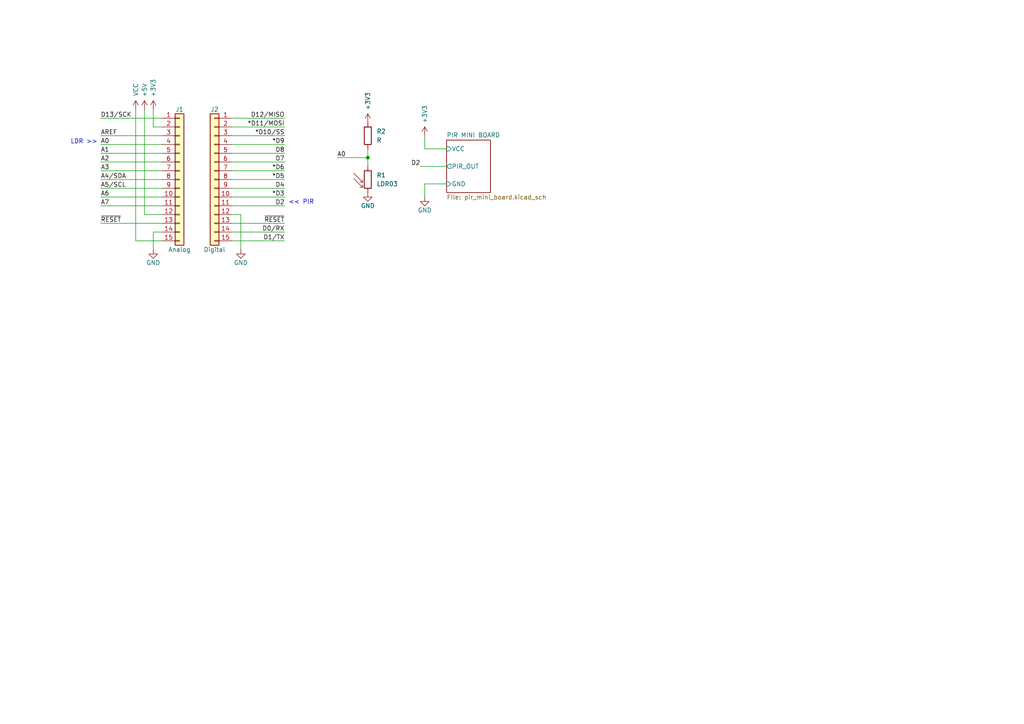
<source format=kicad_sch>
(kicad_sch (version 20250114) (generator "eeschema") (generator_version "9.0")
  (paper "A4")
  (title_block (date "sam. 04 avril 2015"))
  (lib_symbols
    (symbol "Connector_Generic:Conn_01x15" (pin_names (offset 1.016) (hide yes))
      (property "Reference" "J" (at 0 20.32 0))
      (property "Value" "Conn_01x15" (at 0 -20.32 0))
      (symbol "Conn_01x15_1_1"
        (rectangle (start -1.27 19.05) (end 1.27 -19.05) (stroke (width 0.254)) (fill (type background)))
        (rectangle (start -1.27 17.907) (end 0 17.653) (stroke (width 0.1524)))
        (rectangle (start -1.27 15.367) (end 0 15.113) (stroke (width 0.1524)))
        (rectangle (start -1.27 12.827) (end 0 12.573) (stroke (width 0.1524)))
        (rectangle (start -1.27 10.287) (end 0 10.033) (stroke (width 0.1524)))
        (rectangle (start -1.27 7.747) (end 0 7.493) (stroke (width 0.1524)))
        (rectangle (start -1.27 5.207) (end 0 4.953) (stroke (width 0.1524)))
        (rectangle (start -1.27 2.667) (end 0 2.413) (stroke (width 0.1524)))
        (rectangle (start -1.27 0.127) (end 0 -0.127) (stroke (width 0.1524)))
        (rectangle (start -1.27 -2.413) (end 0 -2.667) (stroke (width 0.1524)))
        (rectangle (start -1.27 -4.953) (end 0 -5.207) (stroke (width 0.1524)))
        (rectangle (start -1.27 -7.493) (end 0 -7.747) (stroke (width 0.1524)))
        (rectangle (start -1.27 -10.033) (end 0 -10.287) (stroke (width 0.1524)))
        (rectangle (start -1.27 -12.573) (end 0 -12.827) (stroke (width 0.1524)))
        (rectangle (start -1.27 -15.113) (end 0 -15.367) (stroke (width 0.1524)))
        (rectangle (start -1.27 -17.653) (end 0 -17.907) (stroke (width 0.1524)))
        (pin passive line (at -5.08 17.78 0) (length 3.81) (name "Pin_1") (number "1"))
        (pin passive line (at -5.08 15.24 0) (length 3.81) (name "Pin_2") (number "2"))
        (pin passive line (at -5.08 12.7 0) (length 3.81) (name "Pin_3") (number "3"))
        (pin passive line (at -5.08 10.16 0) (length 3.81) (name "Pin_4") (number "4"))
        (pin passive line (at -5.08 7.62 0) (length 3.81) (name "Pin_5") (number "5"))
        (pin passive line (at -5.08 5.08 0) (length 3.81) (name "Pin_6") (number "6"))
        (pin passive line (at -5.08 2.54 0) (length 3.81) (name "Pin_7") (number "7"))
        (pin passive line (at -5.08 0 0) (length 3.81) (name "Pin_8") (number "8"))
        (pin passive line (at -5.08 -2.54 0) (length 3.81) (name "Pin_9") (number "9"))
        (pin passive line (at -5.08 -5.08 0) (length 3.81) (name "Pin_10") (number "10"))
        (pin passive line (at -5.08 -7.62 0) (length 3.81) (name "Pin_11") (number "11"))
        (pin passive line (at -5.08 -10.16 0) (length 3.81) (name "Pin_12") (number "12"))
        (pin passive line (at -5.08 -12.7 0) (length 3.81) (name "Pin_13") (number "13"))
        (pin passive line (at -5.08 -15.24 0) (length 3.81) (name "Pin_14") (number "14"))
        (pin passive line (at -5.08 -17.78 0) (length 3.81) (name "Pin_15") (number "15"))
      )
    )
    (symbol "Device:R" (pin_numbers (hide yes)) (pin_names (offset 0))
      (property "Reference" "R" (at 2.032 0 90))
      (property "Value" "R" (at 0 0 90))
      (symbol "R_0_1"
        (rectangle (start -1.016 -2.54) (end 1.016 2.54) (stroke (width 0.254)))
      )
      (symbol "R_1_1"
        (pin passive line (at 0 3.81 270) (length 1.27) (name "~") (number "1"))
        (pin passive line (at 0 -3.81 90) (length 1.27) (name "~") (number "2"))
      )
    )
    (symbol "Sensor_Optical:LDR03" (pin_numbers (hide yes)) (pin_names (offset 0))
      (property "Reference" "R" (at -5.08 0 90))
      (property "Value" "LDR03" (at 1.905 0 90))
      (symbol "LDR03_0_1"
        (polyline (pts (xy -1.524 -0.762) (xy -4.064 1.778)))
        (polyline (pts (xy -1.524 -0.762) (xy -2.286 -0.762)))
        (polyline (pts (xy -1.524 -0.762) (xy -1.524 0)))
        (polyline (pts (xy -1.524 -2.286) (xy -4.064 0.254)))
        (polyline (pts (xy -1.524 -2.286) (xy -2.286 -2.286)))
        (polyline (pts (xy -1.524 -2.286) (xy -1.524 -1.524)))
        (rectangle (start -1.016 2.54) (end 1.016 -2.54) (stroke (width 0.254)))
      )
      (symbol "LDR03_1_1"
        (pin passive line (at 0 3.81 270) (length 1.27) (name "~") (number "1"))
        (pin passive line (at 0 -3.81 90) (length 1.27) (name "~") (number "2"))
      )
    )
    (symbol "power:+3.3V" (power) (pin_numbers (hide yes)) (pin_names (offset 0) (hide yes))
      (property "Value" "+3.3V" (at 0 3.556 0))
      (symbol "+3.3V_0_1"
        (polyline (pts (xy -0.762 1.27) (xy 0 2.54)))
        (polyline (pts (xy 0 2.54) (xy 0.762 1.27)))
        (polyline (pts (xy 0 0) (xy 0 2.54)))
      )
      (symbol "+3.3V_1_1"
        (pin power_in line (at 0 0 90) (length 0) (name "~") (number "1"))
      )
    )
    (symbol "power:+5V" (power) (pin_numbers (hide yes)) (pin_names (offset 0) (hide yes))
      (property "Value" "+5V" (at 0 3.556 0))
      (symbol "+5V_0_1"
        (polyline (pts (xy -0.762 1.27) (xy 0 2.54)))
        (polyline (pts (xy 0 2.54) (xy 0.762 1.27)))
        (polyline (pts (xy 0 0) (xy 0 2.54)))
      )
      (symbol "+5V_1_1"
        (pin power_in line (at 0 0 90) (length 0) (name "~") (number "1"))
      )
    )
    (symbol "power:GND" (power) (pin_numbers (hide yes)) (pin_names (offset 0) (hide yes))
      (property "Value" "GND" (at 0 -3.81 0))
      (symbol "GND_0_1"
        (polyline (pts (xy 0 0) (xy 0 -1.27) (xy 1.27 -1.27) (xy 0 -2.54) (xy -1.27 -1.27) (xy 0 -1.27)))
      )
      (symbol "GND_1_1"
        (pin power_in line (at 0 0 270) (length 0) (name "~") (number "1"))
      )
    )
    (symbol "power:VCC" (power) (pin_numbers (hide yes)) (pin_names (offset 0) (hide yes))
      (property "Value" "VCC" (at 0 3.556 0))
      (symbol "VCC_0_1"
        (polyline (pts (xy -0.762 1.27) (xy 0 2.54)))
        (polyline (pts (xy 0 2.54) (xy 0.762 1.27)))
        (polyline (pts (xy 0 0) (xy 0 2.54)))
      )
      (symbol "VCC_1_1"
        (pin power_in line (at 0 0 90) (length 0) (name "~") (number "1"))
      )
    )
  )
  (text "LDR >>" (at 24.384 41.148 0) (effects (font (size 1.27 1.27))))
  (text "<< PIR" (at 87.376 58.674 0) (effects (font (size 1.27 1.27))))
  (junction (at 106.68 45.72))
  (wire (pts (xy 67.31 67.31) (xy 82.55 67.31)))
  (wire (pts (xy 46.99 36.83) (xy 44.45 36.83)))
  (wire (pts (xy 29.21 46.99) (xy 46.99 46.99)))
  (wire (pts (xy 29.21 52.07) (xy 46.99 52.07)))
  (wire (pts (xy 41.91 31.75) (xy 41.91 62.23)))
  (wire (pts (xy 46.99 62.23) (xy 41.91 62.23)))
  (wire (pts (xy 29.21 49.53) (xy 46.99 49.53)))
  (wire (pts (xy 67.31 39.37) (xy 82.55 39.37)))
  (wire (pts (xy 67.31 44.45) (xy 82.55 44.45)))
  (wire (pts (xy 67.31 46.99) (xy 82.55 46.99)))
  (wire (pts (xy 67.31 59.69) (xy 82.55 59.69)))
  (wire (pts (xy 123.19 53.34) (xy 129.54 53.34)))
  (wire (pts (xy 123.19 39.37) (xy 123.19 43.18)))
  (wire (pts (xy 123.19 43.18) (xy 129.54 43.18)))
  (wire (pts (xy 29.21 39.37) (xy 46.99 39.37)))
  (wire (pts (xy 67.31 52.07) (xy 82.55 52.07)))
  (wire (pts (xy 44.45 31.75) (xy 44.45 36.83)))
  (wire (pts (xy 67.31 62.23) (xy 69.85 62.23)))
  (wire (pts (xy 67.31 34.29) (xy 82.55 34.29)))
  (wire (pts (xy 39.37 31.75) (xy 39.37 69.85)))
  (wire (pts (xy 46.99 69.85) (xy 39.37 69.85)))
  (wire (pts (xy 29.21 64.77) (xy 46.99 64.77)))
  (wire (pts (xy 123.19 57.15) (xy 123.19 53.34)))
  (wire (pts (xy 67.31 49.53) (xy 82.55 49.53)))
  (wire (pts (xy 67.31 54.61) (xy 82.55 54.61)))
  (wire (pts (xy 121.92 48.26) (xy 129.54 48.26)))
  (wire (pts (xy 29.21 41.91) (xy 46.99 41.91)))
  (wire (pts (xy 29.21 34.29) (xy 46.99 34.29)))
  (wire (pts (xy 67.31 57.15) (xy 82.55 57.15)))
  (wire (pts (xy 29.21 59.69) (xy 46.99 59.69)))
  (wire (pts (xy 29.21 54.61) (xy 46.99 54.61)))
  (wire (pts (xy 106.68 43.18) (xy 106.68 45.72)))
  (wire (pts (xy 97.79 45.72) (xy 106.68 45.72)))
  (wire (pts (xy 67.31 41.91) (xy 82.55 41.91)))
  (wire (pts (xy 67.31 64.77) (xy 82.55 64.77)))
  (wire (pts (xy 69.85 62.23) (xy 69.85 72.39)))
  (wire (pts (xy 67.31 69.85) (xy 82.55 69.85)))
  (wire (pts (xy 29.21 57.15) (xy 46.99 57.15)))
  (wire (pts (xy 106.68 45.72) (xy 106.68 48.26)))
  (wire (pts (xy 44.45 67.31) (xy 44.45 72.39)))
  (wire (pts (xy 46.99 67.31) (xy 44.45 67.31)))
  (wire (pts (xy 29.21 44.45) (xy 46.99 44.45)))
  (wire (pts (xy 67.31 36.83) (xy 82.55 36.83)))
  (label "D4" (at 82.55 54.61 180))
  (label "*D5" (at 82.55 52.07 180))
  (label "A2" (at 29.21 46.99 0))
  (label "D7" (at 82.55 46.99 180))
  (label "D13{slash}SCK" (at 29.21 34.29 0))
  (label "A7" (at 29.21 59.69 0))
  (label "A0" (at 97.79 45.72 0))
  (label "*D6" (at 82.55 49.53 180))
  (label "*D11{slash}MOSI" (at 82.55 36.83 180))
  (label "A1" (at 29.21 44.45 0))
  (label "D2" (at 121.92 48.26 180))
  (label "A4{slash}SDA" (at 29.21 52.07 0))
  (label "A5{slash}SCL" (at 29.21 54.61 0))
  (label "A3" (at 29.21 49.53 0))
  (label "~{RESET}" (at 82.55 64.77 180))
  (label "~{RESET}" (at 29.21 64.77 0))
  (label "A6" (at 29.21 57.15 0))
  (label "A0" (at 29.21 41.91 0))
  (label "*D9" (at 82.55 41.91 180))
  (label "*D3" (at 82.55 57.15 180))
  (label "D2" (at 82.55 59.69 180))
  (label "D8" (at 82.55 44.45 180))
  (label "D1{slash}TX" (at 82.55 69.85 180))
  (label "D0{slash}RX" (at 82.55 67.31 180))
  (label "AREF" (at 29.21 39.37 0))
  (label "*D10{slash}SS" (at 82.55 39.37 180))
  (label "D12{slash}MISO" (at 82.55 34.29 180))
  (symbol (lib_id "Connector_Generic:Conn_01x15") (at 52.07 52.07 0) (unit 1)
    (property "Reference" "J1" (at 52.07 31.75 0))
    (property "Value" "Analog" (at 52.07 72.39 0))
    (property "Footprint" "Connector_PinHeader_2.54mm:PinHeader_1x15_P2.54mm_Vertical" (effects (hide yes)))
    (property "Description" "Generic connector, single row, 01x15, script generated (kicad-library-utils/schlib/autogen/connector/)" (effects (hide yes)))
  )
  (symbol (lib_id "Connector_Generic:Conn_01x15") (at 62.23 52.07 0) (mirror y) (unit 1)
    (property "Reference" "J2" (at 62.23 31.75 0))
    (property "Value" "Digital" (at 62.23 72.39 0))
    (property "Footprint" "Connector_PinHeader_2.54mm:PinHeader_1x15_P2.54mm_Vertical" (effects (hide yes)))
    (property "Description" "Generic connector, single row, 01x15, script generated (kicad-library-utils/schlib/autogen/connector/)" (effects (hide yes)))
  )
  (symbol (lib_id "Sensor_Optical:LDR03") (at 106.68 52.07 0) (unit 1)
    (property "Reference" "R1" (at 109.22 50.7999 0) (effects (justify left)))
    (property "Value" "LDR03" (at 109.22 53.3399 0) (effects (justify left)))
    (property "Footprint" "OptoDevice:R_LDR_10x8.5mm_P7.6mm_Vertical" (effects (hide yes)))
    (property "Datasheet" "http://www.elektronica-componenten.nl/WebRoot/StoreNL/Shops/61422969/54F1/BA0C/C664/31B9/2173/C0A8/2AB9/2AEF/LDR03IMP.pdf" (effects (hide yes)))
    (property "Description" "light dependent resistor" (effects (hide yes)))
  )
  (symbol (lib_id "power:GND") (at 106.68 55.88 0) (unit 1)
    (property "Reference" "#PWR0107" (effects (hide yes)))
    (property "Value" "GND" (at 106.68 59.69 0))
    (property "Description" "Power symbol creates a global label with name \"GND\" , ground" (effects (hide yes)))
  )
  (symbol (lib_id "power:GND") (at 123.19 57.15 0) (unit 1)
    (property "Reference" "#PWR0109" (effects (hide yes)))
    (property "Value" "GND" (at 123.19 60.96 0))
    (property "Description" "Power symbol creates a global label with name \"GND\" , ground" (effects (hide yes)))
  )
  (symbol (lib_id "power:+5V") (at 41.91 31.75 0) (unit 1)
    (property "Reference" "#PWR0103" (effects (hide yes)))
    (property "Value" "+5V" (at 41.91 28.194 90) (effects (justify left)))
    (property "Description" "Power symbol creates a global label with name \"+5V\"" (effects (hide yes)))
  )
  (symbol (lib_id "power:+3.3V") (at 44.45 31.75 0) (unit 1)
    (property "Reference" "#PWR0102" (effects (hide yes)))
    (property "Value" "+3V3" (at 44.45 28.194 90) (effects (justify left)))
    (property "Description" "Power symbol creates a global label with name \"+3.3V\"" (effects (hide yes)))
  )
  (symbol (lib_id "power:VCC") (at 39.37 31.75 0) (unit 1)
    (property "Reference" "#PWR0101" (effects (hide yes)))
    (property "Value" "VCC" (at 39.37 27.94 90) (effects (justify left)))
    (property "Description" "Power symbol creates a global label with name \"VCC\"" (effects (hide yes)))
  )
  (symbol (lib_id "Device:R") (at 106.68 39.37 0) (unit 1)
    (property "Reference" "R2" (at 109.22 38.0999 0) (effects (justify left)))
    (property "Value" "R" (at 109.22 40.6399 0) (effects (justify left)))
    (property "Description" "Resistor" (effects (hide yes)))
  )
  (symbol (lib_id "power:+3.3V") (at 106.68 35.56 0) (unit 1)
    (property "Reference" "#PWR0106" (effects (hide yes)))
    (property "Value" "+3V3" (at 106.68 32.004 90) (effects (justify left)))
    (property "Description" "Power symbol creates a global label with name \"+3.3V\"" (effects (hide yes)))
  )
  (symbol (lib_id "power:GND") (at 69.85 72.39 0) (unit 1)
    (property "Reference" "#PWR0105" (effects (hide yes)))
    (property "Value" "GND" (at 69.85 76.2 0))
    (property "Description" "Power symbol creates a global label with name \"GND\" , ground" (effects (hide yes)))
  )
  (symbol (lib_id "power:+3.3V") (at 123.19 39.37 0) (unit 1)
    (property "Reference" "#PWR0108" (effects (hide yes)))
    (property "Value" "+3V3" (at 123.19 35.814 90) (effects (justify left)))
    (property "Description" "Power symbol creates a global label with name \"+3.3V\"" (effects (hide yes)))
  )
  (symbol (lib_id "power:GND") (at 44.45 72.39 0) (unit 1)
    (property "Reference" "#PWR0104" (effects (hide yes)))
    (property "Value" "GND" (at 44.45 76.2 0))
    (property "Description" "Power symbol creates a global label with name \"GND\" , ground" (effects (hide yes)))
  )
  (sheet (at 129.54 40.64) (size 12.7 15.24) (stroke (width 0.1524))
    (property "Sheetname" "PIR MINI BOARD" (at 129.54 39.9284 0) (effects (justify left bottom)))
    (property "Sheetfile" "pir_mini_board.kicad_sch" (at 129.54 56.4646 0) (effects (justify left top)))
    (pin "GND" input (at 129.54 53.34 180))
    (pin "PIR_OUT" output (at 129.54 48.26 180))
    (pin "VCC" input (at 129.54 43.18 180))
  )
)
</source>
